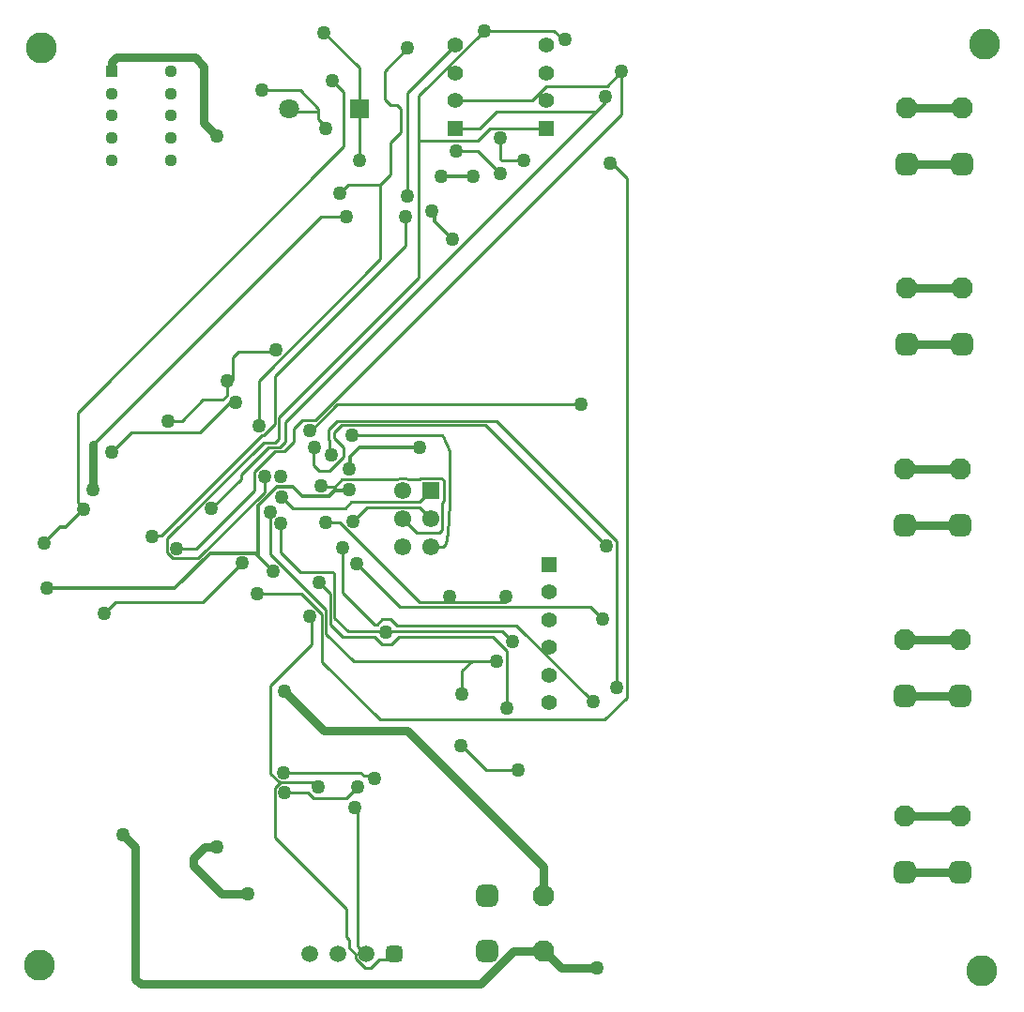
<source format=gbr>
G04*
G04 #@! TF.GenerationSoftware,Altium Limited,Altium Designer,24.6.1 (21)*
G04*
G04 Layer_Physical_Order=2*
G04 Layer_Color=16711680*
%FSLAX25Y25*%
%MOIN*%
G70*
G04*
G04 #@! TF.SameCoordinates,02B8DA6F-49FF-4BAE-8194-33363A00AC8D*
G04*
G04*
G04 #@! TF.FilePolarity,Positive*
G04*
G01*
G75*
%ADD15C,0.01000*%
%ADD56C,0.05512*%
%ADD57R,0.05512X0.05512*%
%ADD61R,0.06102X0.06102*%
%ADD62C,0.06102*%
%ADD68C,0.01181*%
%ADD69C,0.03000*%
G04:AMPARAMS|DCode=70|XSize=76.77mil|YSize=76.77mil|CornerRadius=19.19mil|HoleSize=0mil|Usage=FLASHONLY|Rotation=90.000|XOffset=0mil|YOffset=0mil|HoleType=Round|Shape=RoundedRectangle|*
%AMROUNDEDRECTD70*
21,1,0.07677,0.03839,0,0,90.0*
21,1,0.03839,0.07677,0,0,90.0*
1,1,0.03839,0.01919,0.01919*
1,1,0.03839,0.01919,-0.01919*
1,1,0.03839,-0.01919,-0.01919*
1,1,0.03839,-0.01919,0.01919*
%
%ADD70ROUNDEDRECTD70*%
%ADD71C,0.07677*%
%ADD72R,0.07087X0.07087*%
%ADD73C,0.07087*%
%ADD74C,0.11000*%
%ADD75C,0.04370*%
%ADD76R,0.04370X0.04370*%
G04:AMPARAMS|DCode=77|XSize=76.77mil|YSize=76.77mil|CornerRadius=19.19mil|HoleSize=0mil|Usage=FLASHONLY|Rotation=0.000|XOffset=0mil|YOffset=0mil|HoleType=Round|Shape=RoundedRectangle|*
%AMROUNDEDRECTD77*
21,1,0.07677,0.03839,0,0,0.0*
21,1,0.03839,0.07677,0,0,0.0*
1,1,0.03839,0.01919,-0.01919*
1,1,0.03839,-0.01919,-0.01919*
1,1,0.03839,-0.01919,0.01919*
1,1,0.03839,0.01919,0.01919*
%
%ADD77ROUNDEDRECTD77*%
%ADD78C,0.05906*%
G04:AMPARAMS|DCode=79|XSize=59.06mil|YSize=59.06mil|CornerRadius=14.76mil|HoleSize=0mil|Usage=FLASHONLY|Rotation=0.000|XOffset=0mil|YOffset=0mil|HoleType=Round|Shape=RoundedRectangle|*
%AMROUNDEDRECTD79*
21,1,0.05906,0.02953,0,0,0.0*
21,1,0.02953,0.05906,0,0,0.0*
1,1,0.02953,0.01476,-0.01476*
1,1,0.02953,-0.01476,-0.01476*
1,1,0.02953,-0.01476,0.01476*
1,1,0.02953,0.01476,0.01476*
%
%ADD79ROUNDEDRECTD79*%
%ADD80C,0.05000*%
D15*
X485419Y285300D02*
X484456Y285638D01*
X483441Y285752D01*
X482426Y285638D01*
X481463Y285300D01*
X510000Y405500D02*
X514500Y410000D01*
X534472D01*
X489000Y405500D02*
X510000D01*
X489000D02*
Y421500D01*
X512200Y444700D01*
X485000Y386000D02*
Y422500D01*
X502000Y439500D01*
X489000Y356784D02*
Y405500D01*
X476900Y420150D02*
Y430400D01*
X485000Y438500D01*
X468000Y417000D02*
Y431500D01*
Y398500D02*
Y417000D01*
X552109Y415891D02*
X555382Y419164D01*
X441818Y305600D02*
X552109Y415891D01*
X516642D02*
X552109D01*
X510723Y409972D02*
X516642Y415891D01*
X502000Y409972D02*
X510723D01*
X534430Y425057D02*
X555957D01*
X561100Y430200D01*
X502000Y419815D02*
X529188D01*
X534430Y425057D01*
X534472Y410000D02*
X534500Y409972D01*
X523800Y233200D02*
X550900Y206100D01*
X481300Y233200D02*
X523800D01*
X461100Y269900D02*
X489500Y241500D01*
X500000D02*
Y243500D01*
X466900Y255300D02*
X482200Y240000D01*
X519874Y241500D02*
Y243500D01*
X550000Y240000D02*
X554500Y235500D01*
X482200Y240000D02*
X550000D01*
X489500Y241500D02*
X519874D01*
X463900Y231100D02*
X518600D01*
X455500Y444000D02*
X468000Y431500D01*
X444000Y416000D02*
X453000D01*
X443000Y417000D02*
X444000Y416000D01*
X453000D02*
X453500Y415500D01*
X462500Y403500D02*
Y423000D01*
X368000Y309000D02*
X462500Y403500D01*
X458500Y427000D02*
X462500Y423000D01*
X453500Y415500D02*
Y416914D01*
X446914Y423500D02*
X453500Y416914D01*
X433500Y423500D02*
X446914D01*
X453500Y413157D02*
Y415500D01*
X425000Y330500D02*
X437550D01*
X432400Y304400D02*
Y320400D01*
X475500Y363500D02*
Y390000D01*
X432400Y320400D02*
X475500Y363500D01*
X437550Y330500D02*
X438275Y331225D01*
X437916Y321795D02*
X484500Y368379D01*
Y378500D01*
X453500Y413157D02*
X456000Y410657D01*
Y410000D02*
Y410657D01*
X478950Y418100D02*
X481401D01*
X476900Y420150D02*
X478950Y418100D01*
X481401D02*
X482543Y416958D01*
X397812Y265312D02*
X433400Y300900D01*
X475500Y390000D02*
X479000Y393500D01*
Y405043D01*
X482543Y408586D01*
Y416958D01*
X437916Y304966D02*
Y321795D01*
X433850Y300900D02*
X437916Y304966D01*
X433400Y300900D02*
X433850D01*
X557700Y397500D02*
X562900Y392300D01*
X557000Y397500D02*
X557700D01*
X562900Y207700D02*
Y392300D01*
X555000Y199800D02*
X562900Y207700D01*
X475200Y199800D02*
X555000D01*
X454600Y220400D02*
X475200Y199800D01*
X454600Y220400D02*
Y237279D01*
X447354Y244525D02*
X454600Y237279D01*
X431525Y244525D02*
X447354D01*
X540212Y441500D02*
X541000D01*
X537012Y444700D02*
X540212Y441500D01*
X512200Y444700D02*
X537012D01*
X464000Y390000D02*
X475500D01*
X461000Y387000D02*
X464000Y390000D01*
X473400Y229100D02*
X476000Y226500D01*
X462000Y229100D02*
X473400D01*
X476000Y226500D02*
X479500D01*
X482100Y229100D02*
X515300D01*
X479500Y226500D02*
X482100Y229100D01*
X462000Y245000D02*
X473386Y233614D01*
X474214D01*
X476100Y235500D01*
X479000D01*
X481300Y233200D01*
X457600Y233500D02*
X462000Y229100D01*
X515300D02*
X520300Y224100D01*
X462000Y245000D02*
Y261000D01*
X465900Y220600D02*
X508000D01*
X504500Y209000D02*
Y217100D01*
X456100Y230400D02*
X465900Y220600D01*
X455900Y269900D02*
X461100D01*
X508000Y220600D02*
X516800D01*
X504500Y217100D02*
X508000Y220600D01*
X504000Y190500D02*
X504500D01*
X513000Y182000D01*
X524500D01*
X423500Y313000D02*
X424000Y312500D01*
X422500Y313000D02*
X423500D01*
X411500Y302000D02*
X422500Y313000D01*
X412500Y313500D02*
X419414D01*
X421000Y315086D02*
Y320000D01*
X419414Y313500D02*
X421000Y315086D01*
X387000Y302000D02*
X411500D01*
X394435Y265032D02*
X394716Y265312D01*
X397812D01*
X425852Y285402D02*
Y286952D01*
X435563Y296663D01*
X433836Y298336D02*
X438073D01*
X399600Y259100D02*
Y264100D01*
X433836Y298336D01*
X415375Y274925D02*
X425852Y285402D01*
X405025Y306025D02*
X412500Y313500D01*
X400025Y306025D02*
X405025D01*
X380000Y295000D02*
X387000Y302000D01*
X400000Y306000D02*
X400025Y306025D01*
X421000Y320000D02*
Y320357D01*
X412500Y241500D02*
X426500Y255500D01*
X421000Y320357D02*
X421357Y320000D01*
X422500D01*
X423000Y328500D02*
X425000Y330500D01*
X423000Y320500D02*
Y328500D01*
X422500Y320000D02*
X423000Y320500D01*
X436400Y258600D02*
X456100Y238900D01*
X436400Y258600D02*
Y273615D01*
X456100Y230400D02*
Y238900D01*
X439900Y259100D02*
X446858Y252142D01*
X439900Y259100D02*
Y269555D01*
X446858Y252142D02*
X458514D01*
X436301Y273714D02*
X436400Y273615D01*
X440200Y279000D02*
X444200Y275000D01*
X462900D01*
X465000Y277100D01*
X489340D01*
X461800Y285300D02*
X481463D01*
X459248Y282748D02*
X461800Y285300D01*
X497114Y285752D02*
X497992Y284874D01*
X489769Y285752D02*
X497114D01*
X485419Y285300D02*
X488902D01*
X489316Y285300D01*
X497992Y277529D02*
X497992Y284874D01*
X489316Y285300D02*
X489769Y285752D01*
X454500Y283000D02*
X454752Y282748D01*
X459248D01*
X457464Y288214D02*
X462500Y293249D01*
X453686Y288214D02*
X457464D01*
X451800Y290100D02*
X453686Y288214D01*
X462500Y293249D02*
Y296500D01*
X458912Y300088D02*
Y301791D01*
Y300088D02*
X462500Y296500D01*
X497511Y300746D02*
X497722Y300435D01*
X512800Y304500D02*
X555582Y261718D01*
X456900Y302900D02*
X460000Y306000D01*
X497218Y301039D02*
X497511Y300746D01*
X458912Y301791D02*
X461621Y304500D01*
X465539Y301039D02*
X497218D01*
X461621Y304500D02*
X512800D01*
X516700Y306000D02*
X559400Y263300D01*
X465500Y301000D02*
X465539Y301039D01*
X460000Y306000D02*
X516700D01*
X497722Y300435D02*
X499992Y295177D01*
X456900Y299566D02*
X457412Y299054D01*
X456900Y299566D02*
Y302900D01*
X457412Y294638D02*
X458000Y294050D01*
X457412Y294638D02*
Y299054D01*
X450500Y302758D02*
X451088D01*
X460130Y311800D02*
X546524D01*
X451088Y302758D02*
X460130Y311800D01*
X561100Y414891D02*
Y430200D01*
X444693Y298484D02*
Y303393D01*
X447557Y306258D02*
X452466D01*
X444693Y303393D02*
X447557Y306258D01*
X452466D02*
X561100Y414891D01*
X439416Y307200D02*
X489000Y356784D01*
X510000Y402000D02*
X518000Y394000D01*
X502500Y402000D02*
X510000D01*
X518586Y398500D02*
X526500D01*
X518000Y399086D02*
Y406500D01*
Y399086D02*
X518586Y398500D01*
X434300Y280621D02*
Y286400D01*
X410779Y257100D02*
X434300Y280621D01*
X453658Y248642D02*
X457600Y244700D01*
X458514Y252142D02*
X459100Y251556D01*
Y235900D02*
Y251556D01*
X451000Y226500D02*
Y235929D01*
X450364Y236564D02*
X451000Y235929D01*
X465700Y270400D02*
X470600Y275300D01*
X499992Y276700D02*
Y295177D01*
X436500Y180550D02*
Y212000D01*
Y180550D02*
X439550Y177500D01*
X436500Y212000D02*
X451000Y226500D01*
X472735Y179765D02*
X473500Y179000D01*
X469735Y179765D02*
X472735D01*
X468500Y181000D02*
X469735Y179765D01*
X454500Y378500D02*
X463500D01*
X373437Y297437D02*
X454500Y378500D01*
X368000Y277086D02*
Y309000D01*
X370000Y274500D02*
Y275086D01*
X368000Y277086D02*
X370000Y275086D01*
X377500Y237500D02*
X381500Y241500D01*
X412500D01*
X451800Y290100D02*
Y296282D01*
X452004Y296486D01*
X498707Y262107D02*
X499500Y266372D01*
X499992Y276700D01*
X497801Y261201D02*
X498707Y262107D01*
X497500Y277036D02*
X497992Y277529D01*
X497500Y267200D02*
Y276622D01*
X497500Y277036D01*
X441500Y174000D02*
X449550D01*
X438000Y175450D02*
X439800Y177250D01*
X440050Y177500D01*
X438000Y158020D02*
Y175450D01*
X452418Y176000D02*
X453500D01*
X440050Y177500D02*
X450918D01*
X452418Y176000D01*
X463500Y172000D02*
X467500Y176000D01*
X451550Y172000D02*
X463500D01*
X449550Y174000D02*
X451550Y172000D01*
X438073Y298336D02*
X439416Y299680D01*
X437880Y295100D02*
X441309D01*
X439416Y299680D02*
Y307200D01*
X441309Y295100D02*
X444693Y298484D01*
X441818Y298735D02*
Y305600D01*
X439746Y296663D02*
X441818Y298735D01*
X435563Y296663D02*
X439746D01*
X489340Y277100D02*
X493441Y281201D01*
X470600Y275300D02*
X489342D01*
X493441Y271201D01*
X466225Y167642D02*
Y168725D01*
Y167642D02*
X467500Y166367D01*
X399600Y259100D02*
X401600Y257100D01*
X410779D01*
X403100Y260600D02*
X410000D01*
X430780Y281380D01*
X475090Y114681D02*
X479500D01*
X469500Y115509D02*
Y117150D01*
X463453Y122547D02*
X464453Y121547D01*
X438000Y158020D02*
X463453Y132568D01*
X467500Y119150D02*
X469500Y117150D01*
X463453Y122547D02*
Y132568D01*
X466547Y115044D02*
Y116453D01*
X464453Y118547D02*
Y121547D01*
Y118547D02*
X466547Y116453D01*
X467500Y119150D02*
Y166367D01*
X466547Y115044D02*
X469881Y111710D01*
X472119D01*
X475090Y114681D01*
X493441Y261201D02*
X497801D01*
X555382Y419164D02*
Y421100D01*
X483441Y271201D02*
X488442Y266200D01*
X496500D02*
X497500Y267200D01*
X488442Y266200D02*
X496500D01*
X518600Y231100D02*
X522200Y227500D01*
X430780Y288000D02*
X437880Y295100D01*
X430780Y281380D02*
Y288000D01*
X520300Y203878D02*
Y224100D01*
X457600Y233500D02*
Y244700D01*
X459100Y235900D02*
X463900Y231100D01*
X441000Y181000D02*
X468500D01*
X559400Y211200D02*
Y263300D01*
D56*
X534500Y439500D02*
D03*
Y429658D02*
D03*
Y419815D02*
D03*
X502000Y439500D02*
D03*
Y429658D02*
D03*
Y419815D02*
D03*
X535500Y205815D02*
D03*
Y215657D02*
D03*
Y225500D02*
D03*
Y235343D02*
D03*
Y245185D02*
D03*
D57*
X534500Y409972D02*
D03*
X502000D02*
D03*
X535500Y255028D02*
D03*
D61*
X493441Y281201D02*
D03*
D62*
Y271201D02*
D03*
Y261201D02*
D03*
X483441Y281201D02*
D03*
Y271201D02*
D03*
Y261201D02*
D03*
D68*
X493541Y380500D02*
X494000D01*
X494731Y379769D01*
X356000Y262500D02*
X361742Y268242D01*
X363742D01*
X370000Y274500D01*
X430909Y259090D02*
X432000Y258000D01*
X415019Y259090D02*
X430909D01*
X402428Y246500D02*
X415019Y259090D01*
X357000Y246500D02*
X402428D01*
X432000Y258000D02*
X437500Y252500D01*
X432000Y258000D02*
Y275878D01*
X438713Y282591D01*
X441687D01*
X441778Y282500D01*
X444500D01*
X447590Y279410D02*
X457194D01*
X444500Y282500D02*
X447590Y279410D01*
X464157Y281157D02*
X464500Y281500D01*
X458942Y281157D02*
X464157D01*
X457194Y279410D02*
X458942Y281157D01*
X464772Y289272D02*
Y293272D01*
X464500Y289000D02*
X464772Y289272D01*
Y293272D02*
X468000Y296500D01*
X489500D01*
X494731Y376769D02*
X501000Y370500D01*
X494731Y376769D02*
Y379769D01*
X497000Y393000D02*
X508500D01*
D69*
X485000Y196000D02*
X533276Y147724D01*
X455500Y196000D02*
X485000D01*
X533276Y137327D02*
Y147724D01*
X539692Y111500D02*
X552500D01*
X533276Y117642D02*
X533550D01*
X539692Y111500D01*
X661808Y145629D02*
X681493D01*
X661808Y165629D02*
X681493D01*
X661808Y208129D02*
X681493D01*
X661808Y288905D02*
X681493D01*
X662345Y333129D02*
X682030D01*
X662345Y353129D02*
X682030D01*
X441500Y210000D02*
X455500Y196000D01*
X373437Y281500D02*
Y297437D01*
X409600Y435200D02*
X412800Y432000D01*
X380067Y430248D02*
Y433600D01*
X381667Y435200D01*
X409600D01*
X412800Y411800D02*
Y432000D01*
Y411800D02*
X417500Y407100D01*
X413000Y154500D02*
X417500D01*
X388500Y107757D02*
Y154500D01*
X408993Y148007D02*
Y150493D01*
X413000Y154500D01*
X522657Y117642D02*
X533276D01*
X384000Y159000D02*
X388500Y154500D01*
X408993Y148007D02*
X419000Y138000D01*
X428500D01*
X390257Y106000D02*
X511015D01*
X522657Y117642D01*
X388500Y107757D02*
X390257Y106000D01*
X661808Y268905D02*
X681493D01*
X662345Y397405D02*
X682030D01*
X661808Y228129D02*
X681493D01*
X662345Y417405D02*
X682030D01*
D70*
X681493Y208129D02*
D03*
X661808D02*
D03*
Y268905D02*
D03*
X681493D02*
D03*
X682030Y333129D02*
D03*
X662345D02*
D03*
X682030Y397405D02*
D03*
X662345D02*
D03*
X681493Y145629D02*
D03*
X661808D02*
D03*
D71*
X681493Y228129D02*
D03*
X661808D02*
D03*
Y288905D02*
D03*
X681493D02*
D03*
X682030Y353129D02*
D03*
X662345D02*
D03*
X682030Y417405D02*
D03*
X662345D02*
D03*
X533276Y117642D02*
D03*
Y137327D02*
D03*
X681493Y165629D02*
D03*
X661808D02*
D03*
D72*
X468000Y417000D02*
D03*
D73*
X443000D02*
D03*
D74*
X354500Y112500D02*
D03*
X689000Y110500D02*
D03*
X690000Y440000D02*
D03*
X355000Y438500D02*
D03*
D75*
X400933Y398752D02*
D03*
Y406626D02*
D03*
Y414500D02*
D03*
Y422374D02*
D03*
Y430248D02*
D03*
X380067Y398752D02*
D03*
Y406626D02*
D03*
Y414500D02*
D03*
Y422374D02*
D03*
D76*
Y430248D02*
D03*
D77*
X513276Y117642D02*
D03*
Y137327D02*
D03*
D78*
X450500Y116681D02*
D03*
X460500D02*
D03*
X470500D02*
D03*
D79*
X480500D02*
D03*
D80*
X485000Y386000D02*
D03*
X493541Y380500D02*
D03*
X485000Y438500D02*
D03*
X500000Y243500D02*
D03*
X519874D02*
D03*
X455500Y444000D02*
D03*
X458500Y427000D02*
D03*
X438275Y331225D02*
D03*
X468000Y398500D02*
D03*
X456000Y410000D02*
D03*
X557000Y397500D02*
D03*
X541000Y441500D02*
D03*
X461000Y387000D02*
D03*
X477500Y231000D02*
D03*
X554500Y235500D02*
D03*
X504500Y209000D02*
D03*
X504000Y190500D02*
D03*
X524500Y182000D02*
D03*
X356000Y262500D02*
D03*
X433500Y423500D02*
D03*
X424000Y312500D02*
D03*
X415375Y274925D02*
D03*
X380000Y295000D02*
D03*
X400000Y306000D02*
D03*
X552500Y111500D02*
D03*
X426500Y255500D02*
D03*
X357000Y246500D02*
D03*
X421000Y320357D02*
D03*
X431525Y244525D02*
D03*
X437500Y252500D02*
D03*
X439900Y286181D02*
D03*
X440200Y279000D02*
D03*
X464500Y281500D02*
D03*
Y289000D02*
D03*
X454500Y283000D02*
D03*
X465500Y301000D02*
D03*
X458000Y294050D02*
D03*
X450500Y302758D02*
D03*
X484500Y378500D02*
D03*
X501000Y370500D02*
D03*
X497000Y393000D02*
D03*
X508500D02*
D03*
X518000Y394000D02*
D03*
X526500Y398500D02*
D03*
X502500Y402000D02*
D03*
X518000Y406500D02*
D03*
X436301Y273714D02*
D03*
X439900Y269555D02*
D03*
X453658Y248642D02*
D03*
X450364Y236564D02*
D03*
X465700Y270400D02*
D03*
X466900Y255300D02*
D03*
X455900Y269900D02*
D03*
X489500Y296500D02*
D03*
X473500Y179000D02*
D03*
X463500Y378500D02*
D03*
X373437Y281500D02*
D03*
X441500Y210000D02*
D03*
X377500Y237500D02*
D03*
X452004Y296486D02*
D03*
X441000Y181000D02*
D03*
X441500Y174000D02*
D03*
X453500Y176000D02*
D03*
X417500Y407100D02*
D03*
X555382Y421100D02*
D03*
X546524Y311800D02*
D03*
X512200Y444700D02*
D03*
X520300Y203878D02*
D03*
X516800Y220600D02*
D03*
X550900Y206100D02*
D03*
X522200Y227500D02*
D03*
X462000Y261000D02*
D03*
X394435Y265032D02*
D03*
X403100Y260600D02*
D03*
X434300Y286400D02*
D03*
X428500Y138000D02*
D03*
X370000Y274500D02*
D03*
X384000Y159000D02*
D03*
X467500Y176000D02*
D03*
X417500Y154500D02*
D03*
X432400Y304400D02*
D03*
X466225Y168725D02*
D03*
X555582Y261718D02*
D03*
X559400Y211200D02*
D03*
X561100Y430200D02*
D03*
M02*

</source>
